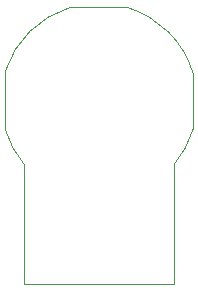
<source format=gbr>
%TF.GenerationSoftware,KiCad,Pcbnew,(6.0.6)*%
%TF.CreationDate,2022-08-09T20:17:38-04:00*%
%TF.ProjectId,4272ShaftEncoder,34323732-5368-4616-9674-456e636f6465,rev?*%
%TF.SameCoordinates,Original*%
%TF.FileFunction,Profile,NP*%
%FSLAX46Y46*%
G04 Gerber Fmt 4.6, Leading zero omitted, Abs format (unit mm)*
G04 Created by KiCad (PCBNEW (6.0.6)) date 2022-08-09 20:17:38*
%MOMM*%
%LPD*%
G01*
G04 APERTURE LIST*
%TA.AperFunction,Profile*%
%ADD10C,0.100000*%
%TD*%
G04 APERTURE END LIST*
D10*
X155905583Y-75605066D02*
G75*
G03*
X150300000Y-70000001I-7955583J-2350734D01*
G01*
X154300000Y-83300000D02*
G75*
G03*
X155900000Y-80300000I-6479442J5382369D01*
G01*
X140000000Y-75400000D02*
X140000000Y-80350000D01*
X140000000Y-80350000D02*
G75*
G03*
X141600001Y-83300000I7979298J2418859D01*
G01*
X154300000Y-93460000D02*
X141600000Y-93460000D01*
X154300000Y-83300000D02*
X154300000Y-93460000D01*
X145500000Y-70000000D02*
G75*
G03*
X140000000Y-75400000I2391901J-7937122D01*
G01*
X155900000Y-80300000D02*
X155905583Y-75605066D01*
X150300000Y-70000001D02*
X145500000Y-70000000D01*
X141600000Y-93460000D02*
X141600001Y-83300000D01*
M02*

</source>
